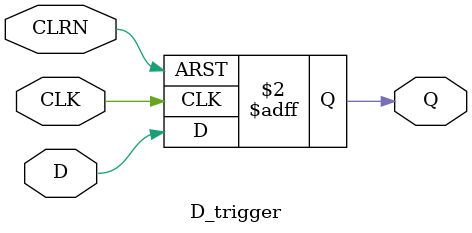
<source format=v>
`timescale 1ns / 1ps


module D_trigger(
    input D,
    input CLK,
    input CLRN,
    output reg Q
    );
    
    always @(posedge CLK or posedge CLRN)
      if(CLRN) Q <= 0;
      else Q <= D;
endmodule

</source>
